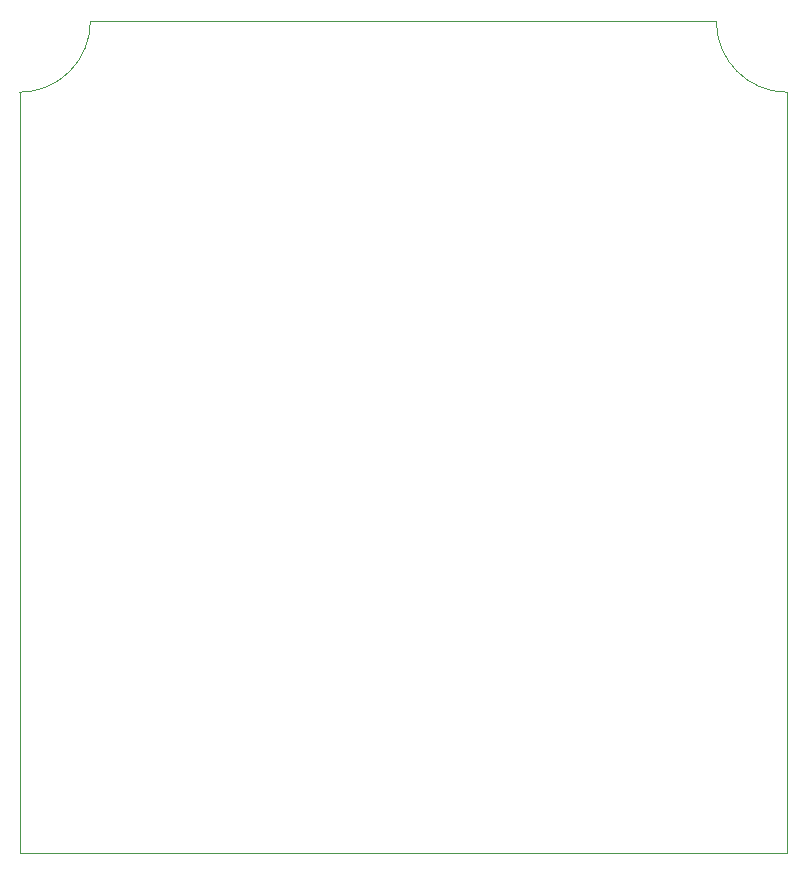
<source format=gm1>
G04 #@! TF.GenerationSoftware,KiCad,Pcbnew,8.0.1*
G04 #@! TF.CreationDate,2024-08-15T13:48:40+05:00*
G04 #@! TF.ProjectId,Life_pedal,4c696665-5f70-4656-9461-6c2e6b696361,rev?*
G04 #@! TF.SameCoordinates,Original*
G04 #@! TF.FileFunction,Profile,NP*
%FSLAX46Y46*%
G04 Gerber Fmt 4.6, Leading zero omitted, Abs format (unit mm)*
G04 Created by KiCad (PCBNEW 8.0.1) date 2024-08-15 13:48:40*
%MOMM*%
%LPD*%
G01*
G04 APERTURE LIST*
G04 #@! TA.AperFunction,Profile*
%ADD10C,0.050000*%
G04 #@! TD*
G04 APERTURE END LIST*
D10*
X121800000Y-34400000D02*
G75*
G02*
X115800000Y-40400000I-6000000J0D01*
G01*
X180800000Y-40400000D02*
G75*
G02*
X174800000Y-34400000I0J6000000D01*
G01*
X121800000Y-34400000D02*
X174800000Y-34400000D01*
X115800000Y-104800000D02*
X115800000Y-40400000D01*
X180800000Y-104800000D02*
X115800000Y-104800000D01*
X180800000Y-40400000D02*
X180800000Y-104800000D01*
M02*

</source>
